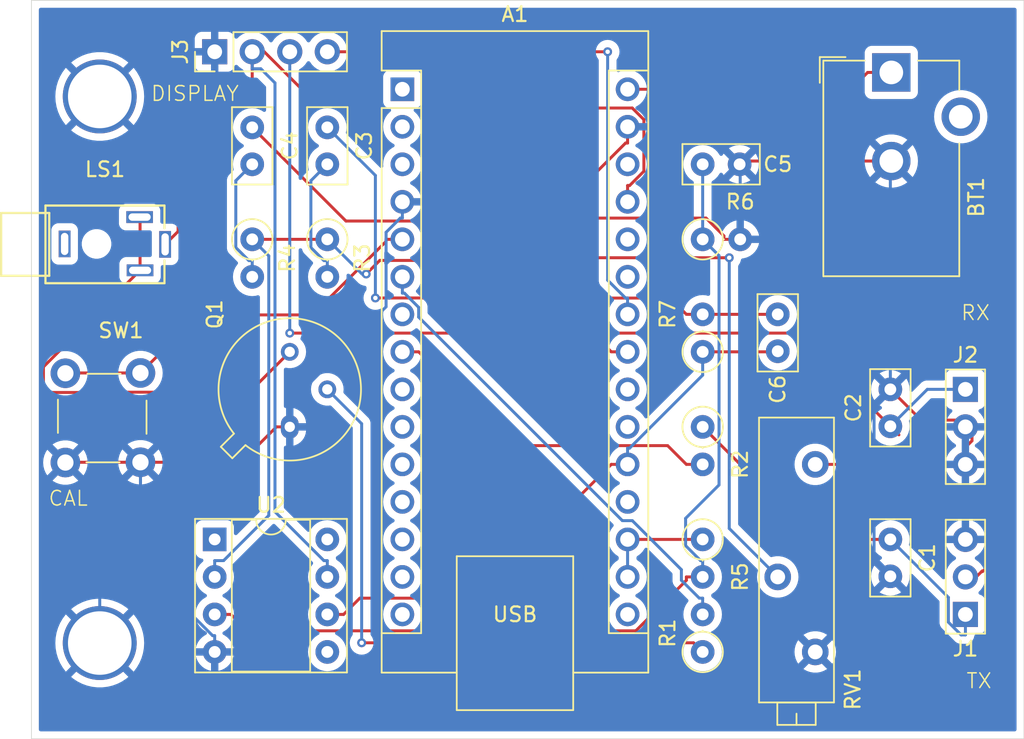
<source format=kicad_pcb>
(kicad_pcb (version 20240108) (generator "pcbnew") (generator_version "8.0")
  (title_block (title "Metal Detector - Mirko - Mike") (date "2025-02-18") (rev "1") (company "Mike Luckham, Ridgetown, Ontario, Canada"))
  (layers (0 "F.Cu" signal) (31 "B.Cu" signal) (37 "F.SilkS" user "F.Silkscreen") (38 "B.Mask" user) (39 "F.Mask" user) (44 "Edge.Cuts" user))
  (net 0 "")
  (net 2 "Net-(A1-D2)")
  (net 3 "Net-(A1-A4{slash}SDA)")
  (net 5 "Net-(A1-D3)")
  (net 6 "Net-(A1-+5V)")
  (net 8 "Net-(A1-A1)")
  (net 9 "Net-(A1-3V3)")
  (net 10 "Net-(A1-A5{slash}SCL)")
  (net 25 "Net-(Q1-B)")
  (net 26 "Net-(C3-Pad2)")
  (net 27 "Net-(C4-Pad2)")
  (net 28 "Net-(C4-Pad1)")
  (net 29 "Net-(U2-+)")
  (net 30 "Net-(U2--)")
  (net 31 "Net-(J1-Pin_1)")
  (net 32 "Net-(J1-Pin_2)")
  (net 33 "Net-(J2-Pin_1)")
  (net 37 "GND")
  (net 38 "Net-(A1-D5)")
  (net 39 "PWR")
  (net 41 "Net-(Q1-C)")
  (footprint "Resistor_THT:R_Axial_DIN0207_L6.3mm_D2.5mm_P2.54mm_Vertical" (layer "F.Cu") (at 172.72 106.68)
    (property "Reference" "R6" (at 2.54 -2.54 0) (layer "F.SilkS"))
    (property "Value" "100K")
    (fp_line (start 1.37 0) (end 1.44 0) (stroke (width 0.12)) (layer "F.SilkS"))
    (fp_circle (center 0 0) (end 1.37 0) (stroke (width 0.12)) (fill none) (layer "F.SilkS"))
    (pad "1" thru_hole circle (at 0 0) (size 1.6 1.6) (drill 0.8) (layers "*.Cu" "*.Mask") (net 29 "Net-(U2-+)"))
    (pad "2" thru_hole oval (at 2.54 0) (size 1.6 1.6) (drill 0.8) (layers "*.Cu" "*.Mask") (net 37 "GND"))
  )
  (footprint "Resistor_THT:R_Axial_DIN0207_L6.3mm_D2.5mm_P2.54mm_Vertical" (layer "F.Cu") (at 142.24 106.68 -90)
    (property "Reference" "R4" (at 1.27 -2.37 90) (layer "F.SilkS"))
    (property "Value" "1K")
    (fp_line (start 1.37 0) (end 1.44 0) (stroke (width 0.12)) (layer "F.SilkS"))
    (fp_circle (center 0 0) (end 1.37 0) (stroke (width 0.12)) (fill none) (layer "F.SilkS"))
    (pad "1" thru_hole circle (at 0 0 270) (size 1.6 1.6) (drill 0.8) (layers "*.Cu" "*.Mask") (net 30 "Net-(U2--)"))
    (pad "2" thru_hole oval (at 2.54 0 270) (size 1.6 1.6) (drill 0.8) (layers "*.Cu" "*.Mask") (net 28 "Net-(C4-Pad1)"))
  )
  (footprint "MountingHole:MountingHole_4.3mm_M4" (layer "F.Cu") (at 131.9222 97.0063)
    (property "Reference" "Mounting Hole 1" (hide yes))
    (property "Value" "MountingHole_4.3mm_M4")
    (pad "1" thru_hole circle (at 0 0) (size 5 5) (drill 4.3) (layers "*.Cu" "*.Mask") (net 37 "GND"))
  )
  (footprint "Capacitor_THT:C_Disc_D5.0mm_W2.5mm_P2.50mm" (layer "F.Cu") (at 147.32 99.1 -90)
    (property "Reference" "C3" (at 1.25 -2.5 -90) (layer "F.SilkS"))
    (property "Value" "47nF")
    (fp_line (start -1.37 1.37) (end 3.87 1.37) (stroke (width 0.12)) (layer "F.SilkS"))
    (fp_line (start -1.37 -1.37) (end -1.37 1.37) (stroke (width 0.12)) (layer "F.SilkS"))
    (fp_line (start -1.37 -1.37) (end 3.87 -1.37) (stroke (width 0.12)) (layer "F.SilkS"))
    (fp_line (start 3.87 -1.37) (end 3.87 1.37) (stroke (width 0.12)) (layer "F.SilkS"))
    (pad "1" thru_hole circle (at 0 0 270) (size 1.6 1.6) (drill 0.8) (layers "*.Cu" "*.Mask") (net 33 "Net-(J2-Pin_1)"))
    (pad "2" thru_hole circle (at 2.5 0 270) (size 1.6 1.6) (drill 0.8) (layers "*.Cu" "*.Mask") (net 26 "Net-(C3-Pad2)"))
  )
  (footprint "Resistor_THT:R_Axial_DIN0207_L6.3mm_D2.5mm_P2.54mm_Vertical" (layer "F.Cu") (at 172.72 119.38 -90)
    (property "Reference" "R2" (at 2.54 -2.54 90) (layer "F.SilkS"))
    (property "Value" "1K")
    (fp_line (start 1.37 0) (end 1.44 0) (stroke (width 0.12)) (layer "F.SilkS"))
    (fp_circle (center 0 0) (end 1.37 0) (stroke (width 0.12)) (fill none) (layer "F.SilkS"))
    (pad "1" thru_hole circle (at 0 0 270) (size 1.6 1.6) (drill 0.8) (layers "*.Cu" "*.Mask") (net 31 "Net-(J1-Pin_1)"))
    (pad "2" thru_hole oval (at 2.54 0 270) (size 1.6 1.6) (drill 0.8) (layers "*.Cu" "*.Mask") (net 38 "Net-(A1-D5)"))
  )
  (footprint "Resistor_THT:R_Axial_DIN0207_L6.3mm_D2.5mm_P2.54mm_Vertical" (layer "F.Cu") (at 172.72 114.3 90)
    (property "Reference" "R7" (at 2.54 -2.37 90) (layer "F.SilkS"))
    (property "Value" "47K")
    (fp_line (start 1.37 0) (end 1.44 0) (stroke (width 0.12)) (layer "F.SilkS"))
    (fp_circle (center 0 0) (end 1.37 0) (stroke (width 0.12)) (fill none) (layer "F.SilkS"))
    (pad "1" thru_hole circle (at 0 0 90) (size 1.6 1.6) (drill 0.8) (layers "*.Cu" "*.Mask") (net 8 "Net-(A1-A1)"))
    (pad "2" thru_hole oval (at 2.54 0 90) (size 1.6 1.6) (drill 0.8) (layers "*.Cu" "*.Mask") (net 30 "Net-(U2--)"))
  )
  (footprint "Capacitor_THT:C_Disc_D5.0mm_W2.5mm_P2.50mm" (layer "F.Cu") (at 177.8 111.76 -90)
    (property "Reference" "C6" (at 5.08 0 90) (layer "F.SilkS"))
    (property "Value" "220p")
    (fp_line (start -1.37 1.37) (end 3.87 1.37) (stroke (width 0.12)) (layer "F.SilkS"))
    (fp_line (start -1.37 -1.37) (end -1.37 1.37) (stroke (width 0.12)) (layer "F.SilkS"))
    (fp_line (start -1.37 -1.37) (end 3.87 -1.37) (stroke (width 0.12)) (layer "F.SilkS"))
    (fp_line (start 3.87 -1.37) (end 3.87 1.37) (stroke (width 0.12)) (layer "F.SilkS"))
    (pad "1" thru_hole circle (at 0 0 270) (size 1.6 1.6) (drill 0.8) (layers "*.Cu" "*.Mask") (net 30 "Net-(U2--)"))
    (pad "2" thru_hole circle (at 2.5 0 270) (size 1.6 1.6) (drill 0.8) (layers "*.Cu" "*.Mask") (net 8 "Net-(A1-A1)"))
  )
  (footprint "Connector_PinHeader_2.54mm:PinHeader_1x03_P2.54mm_Vertical" (layer "F.Cu") (at 190.5 116.84)
    (property "Reference" "J2" (at 0 -2.33 0) (layer "F.SilkS"))
    (property "Value" "Conn_01x03_Pin")
    (fp_line (start -1.33 -1.346964) (end -1.33 6.41) (stroke (width 0.12)) (layer "F.SilkS"))
    (fp_line (start -1.33 -1.346964) (end 1.33 -1.346964) (stroke (width 0.12)) (layer "F.SilkS"))
    (fp_line (start -1.33 6.41) (end 1.33 6.41) (stroke (width 0.12)) (layer "F.SilkS"))
    (fp_line (start 1.33 -1.346964) (end 1.33 6.41) (stroke (width 0.12)) (layer "F.SilkS"))
    (pad "1" thru_hole rect (at 0 0) (size 1.7 1.7) (drill 1) (layers "*.Cu" "*.Mask") (net 33 "Net-(J2-Pin_1)"))
    (pad "2" thru_hole oval (at 0 2.54) (size 1.7 1.7) (drill 1) (layers "*.Cu" "*.Mask") (net 37 "GND"))
    (pad "3" thru_hole oval (at 0 5.08) (size 1.7 1.7) (drill 1) (layers "*.Cu" "*.Mask") (net 37 "GND"))
  )
  (footprint "Package_TO_SOT_THT:TO-39-3" (layer "F.Cu") (at 144.78 119.38 90)
    (property "Reference" "Q1" (at 7.62 -5.08 90) (layer "F.SilkS"))
    (property "Value" "2N2219")
    (fp_line (start -1.348039 -4.665856) (end -2.125856 -3.888039) (stroke (width 0.12)) (layer "F.SilkS"))
    (fp_line (start -2.125856 -3.888039) (end -1.234902 -2.997084) (stroke (width 0.12)) (layer "F.SilkS"))
    (fp_line (start -0.457084 -3.774902) (end -1.348039 -4.665856) (stroke (width 0.12)) (layer "F.SilkS"))
    (fp_arc (start -0.457084 -3.774902) (mid 5.948255 3.408255) (end -1.234902 -2.997084) (stroke (width 0.12)) (layer "F.SilkS"))
    (pad "1" thru_hole oval (at 0 0 90) (size 1.6 1.2) (drill 0.7) (layers "*.Cu" "*.Mask") (net 37 "GND"))
    (pad "2" thru_hole circle (at 2.54 2.54 90) (size 1.2 1.2) (drill 0.7) (layers "*.Cu" "*.Mask") (net 25 "Net-(Q1-B)"))
    (pad "3" thru_hole circle (at 5.08 0 90) (size 1.2 1.2) (drill 0.7) (layers "*.Cu" "*.Mask") (net 41 "Net-(Q1-C)"))
  )
  (footprint "Potentiometer_THT:Potentiometer_Bourns_3006P_Horizontal" (layer "F.Cu") (at 180.34 121.92 90)
    (property "Reference" "RV1" (at -15.24 2.54 90) (layer "F.SilkS"))
    (property "Value" "100R")
    (fp_line (start 3.17 -3.805) (end 3.17 1.265) (stroke (width 0.12)) (layer "F.SilkS"))
    (fp_line (start -16.12 -3.805) (end 3.17 -3.805) (stroke (width 0.12)) (layer "F.SilkS"))
    (fp_line (start -16.12 -3.805) (end -16.12 1.265) (stroke (width 0.12)) (layer "F.SilkS"))
    (fp_line (start -16.121 -2.569) (end -16.121 0.03) (stroke (width 0.12)) (layer "F.SilkS"))
    (fp_line (start -17.64 -2.569) (end -16.121 -2.569) (stroke (width 0.12)) (layer "F.SilkS"))
    (fp_line (start -17.64 -2.569) (end -17.64 0.03) (stroke (width 0.12)) (layer "F.SilkS"))
    (fp_line (start -17.64 -1.27) (end -16.881 -1.27) (stroke (width 0.12)) (layer "F.SilkS"))
    (fp_line (start -17.64 0.03) (end -16.121 0.03) (stroke (width 0.12)) (layer "F.SilkS"))
    (fp_line (start -16.12 1.265) (end 3.17 1.265) (stroke (width 0.12)) (layer "F.SilkS"))
    (pad "1" thru_hole circle (at 0 0 90) (size 1.8 1.8) (drill 1) (layers "*.Cu" "*.Mask") (net 32 "Net-(J1-Pin_2)"))
    (pad "2" thru_hole circle (at -7.62 -2.54 90) (size 1.8 1.8) (drill 1) (layers "*.Cu" "*.Mask") (net 27 "Net-(C4-Pad2)"))
    (pad "3" thru_hole circle (at -12.7 0 90) (size 1.8 1.8) (drill 1) (layers "*.Cu" "*.Mask") (net 37 "GND"))
  )
  (footprint "Capacitor_THT:C_Disc_D5.0mm_W2.5mm_P2.50mm" (layer "F.Cu") (at 172.72 101.6)
    (property "Reference" "C5" (at 5.08 0 0) (layer "F.SilkS"))
    (property "Value" "100n")
    (fp_line (start -1.37 -1.37) (end -1.37 1.37) (stroke (width 0.12)) (layer "F.SilkS"))
    (fp_line (start -1.37 -1.37) (end 3.87 -1.37) (stroke (width 0.12)) (layer "F.SilkS"))
    (fp_line (start -1.37 1.37) (end 3.87 1.37) (stroke (width 0.12)) (layer "F.SilkS"))
    (fp_line (start 3.87 -1.37) (end 3.87 1.37) (stroke (width 0.12)) (layer "F.SilkS"))
    (pad "1" thru_hole circle (at 0 0) (size 1.6 1.6) (drill 0.8) (layers "*.Cu" "*.Mask") (net 29 "Net-(U2-+)"))
    (pad "2" thru_hole circle (at 2.5 0) (size 1.6 1.6) (drill 0.8) (layers "*.Cu" "*.Mask") (net 37 "GND"))
  )
  (footprint "MountingHole:MountingHole_4.3mm_M4" (layer "F.Cu") (at 131.9222 134.018)
    (property "Reference" "MountingHole2" (hide yes))
    (property "Value" "MountingHole_4.3mm_M4")
    (pad "1" thru_hole circle (at 0 0) (size 5 5) (drill 4.3) (layers "*.Cu" "*.Mask") (net 37 "GND"))
  )
  (footprint "SJ1_2503A:CONN_SJ1-2503A" (layer "F.Cu") (at 132.274822 107.0229 90)
    (property "Reference" "LS1" (at 5.08 0 0) (layer "F.SilkS"))
    (property "Value" "Earphone")
    (fp_line (start 2.127 -7.025899) (end 2.127 -3.7719) (stroke (width 0.1524)) (layer "F.SilkS"))
    (fp_line (start -2.127 -7.025899) (end 2.127 -7.025899) (stroke (width 0.1524)) (layer "F.SilkS"))
    (fp_line (start 2.6289 -4.0259) (end 2.6289 4.0259) (stroke (width 0.1524)) (layer "F.SilkS"))
    (fp_line (start -2.6289 -4.0259) (end 2.6289 -4.0259) (stroke (width 0.1524)) (layer "F.SilkS"))
    (fp_line (start 2.127 -3.7719) (end -2.127 -3.7719) (stroke (width 0.1524)) (layer "F.SilkS"))
    (fp_line (start -2.127 -3.7719) (end -2.127 -7.025899) (stroke (width 0.1524)) (layer "F.SilkS"))
    (fp_line (start 2.6289 4.0259) (end 1.08204 4.0259) (stroke (width 0.1524)) (layer "F.SilkS"))
    (fp_line (start -1.08204 4.0259) (end -2.6289 4.0259) (stroke (width 0.1524)) (layer "F.SilkS"))
    (fp_line (start -2.6289 4.0259) (end -2.6289 -4.0259) (stroke (width 0.1524)) (layer "F.SilkS"))
    (pad "" np_thru_hole circle (at 0.030405 -0.568954 90) (size 1.1938 1.1938) (drill 1.5) (layers "F&B.Cu" "*.Mask"))
    (pad "R" thru_hole rect (at 0 4.071871 180) (size 0.8 1.8) (drill oval 0.5 1.5) (layers "*.Cu" "*.Mask") (net 6 "Net-(A1-+5V)"))
    (pad "S" thru_hole rect (at 0.030405 -2.727768 180) (size 0.8 1.8) (drill oval 0.5 1.5) (layers "*.Cu" "*.Mask"))
    (pad "T" thru_hole rect (at -1.756985 2.375471 90) (size 0.8 1.8) (drill oval 0.5 1.5) (layers "*.Cu" "*.Mask") (net 41 "Net-(Q1-C)"))
    (pad "T" thru_hole rect (at 1.847864 2.345178 90) (size 0.8 1.8) (drill oval 0.5 1.5) (layers "*.Cu" "*.Mask") (net 41 "Net-(Q1-C)"))
  )
  (footprint "Capacitor_THT:C_Disc_D5.0mm_W2.5mm_P2.50mm" (layer "F.Cu") (at 142.24 101.6 90)
    (property "Reference" "C4" (at 1.25 2.54 90) (layer "F.SilkS"))
    (property "Value" "22nF")
    (fp_line (start 3.87 -1.37) (end 3.87 1.37) (stroke (width 0.12)) (layer "F.SilkS"))
    (fp_line (start -1.37 -1.37) (end 3.87 -1.37) (stroke (width 0.12)) (layer "F.SilkS"))
    (fp_line (start -1.37 -1.37) (end -1.37 1.37) (stroke (width 0.12)) (layer "F.SilkS"))
    (fp_line (start -1.37 1.37) (end 3.87 1.37) (stroke (width 0.12)) (layer "F.SilkS"))
    (pad "1" thru_hole circle (at 0 0 90) (size 1.6 1.6) (drill 0.8) (layers "*.Cu" "*.Mask") (net 28 "Net-(C4-Pad1)"))
    (pad "2" thru_hole circle (at 2.5 0 90) (size 1.6 1.6) (drill 0.8) (layers "*.Cu" "*.Mask") (net 27 "Net-(C4-Pad2)"))
  )
  (footprint "Resistor_THT:R_Axial_DIN0207_L6.3mm_D2.5mm_P2.54mm_Vertical" (layer "F.Cu") (at 172.72 127 -90)
    (property "Reference" "R5" (at 2.54 -2.54 90) (layer "F.SilkS"))
    (property "Value" "100K")
    (fp_line (start 1.37 0) (end 1.44 0) (stroke (width 0.12)) (layer "F.SilkS"))
    (fp_circle (center 0 0) (end 1.37 0) (stroke (width 0.12)) (fill none) (layer "F.SilkS"))
    (pad "1" thru_hole circle (at 0 0 270) (size 1.6 1.6) (drill 0.8) (layers "*.Cu" "*.Mask") (net 9 "Net-(A1-3V3)"))
    (pad "2" thru_hole oval (at 2.54 0 270) (size 1.6 1.6) (drill 0.8) (layers "*.Cu" "*.Mask") (net 29 "Net-(U2-+)"))
  )
  (footprint "Package_DIP:DIP-8_W7.62mm_Socket" (layer "F.Cu") (at 139.7 127)
    (property "Reference" "U2" (at 3.81 -2.33 0) (layer "F.SilkS"))
    (property "Value" "MCP6281P or MCP6283P or TL081")
    (fp_line (start -1.33 -1.39) (end -1.33 9.01) (stroke (width 0.12)) (layer "F.SilkS"))
    (fp_line (start -1.33 9.01) (end 8.95 9.01) (stroke (width 0.12)) (layer "F.SilkS"))
    (fp_line (start 1.16 -1.33) (end 1.16 8.95) (stroke (width 0.12)) (layer "F.SilkS"))
    (fp_line (start 1.16 8.95) (end 6.46 8.95) (stroke (width 0.12)) (layer "F.SilkS"))
    (fp_line (start 2.81 -1.33) (end 1.16 -1.33) (stroke (width 0.12)) (layer "F.SilkS"))
    (fp_line (start 6.46 -1.33) (end 4.81 -1.33) (stroke (width 0.12)) (layer "F.SilkS"))
    (fp_line (start 6.46 8.95) (end 6.46 -1.33) (stroke (width 0.12)) (layer "F.SilkS"))
    (fp_line (start 8.95 -1.39) (end -1.33 -1.39) (stroke (width 0.12)) (layer "F.SilkS"))
    (fp_line (start 8.95 9.01) (end 8.95 -1.39) (stroke (width 0.12)) (layer "F.SilkS"))
    (fp_arc (start 4.81 -1.33) (mid 3.81 -0.33) (end 2.81 -1.33) (stroke (width 0.12)) (layer "F.SilkS"))
    (pad "1" thru_hole rect (at 0 0) (size 1.6 1.6) (drill 0.8) (layers "*.Cu" "*.Mask"))
    (pad "2" thru_hole oval (at 0 2.54) (size 1.6 1.6) (drill 0.8) (layers "*.Cu" "*.Mask") (net 30 "Net-(U2--)"))
    (pad "3" thru_hole oval (at 0 5.08) (size 1.6 1.6) (drill 0.8) (layers "*.Cu" "*.Mask") (net 29 "Net-(U2-+)"))
    (pad "4" thru_hole oval (at 0 7.62) (size 1.6 1.6) (drill 0.8) (layers "*.Cu" "*.Mask") (net 37 "GND"))
    (pad "5" thru_hole oval (at 7.62 7.62) (size 1.6 1.6) (drill 0.8) (layers "*.Cu" "*.Mask"))
    (pad "6" thru_hole oval (at 7.62 5.08) (size 1.6 1.6) (drill 0.8) (layers "*.Cu" "*.Mask") (net 8 "Net-(A1-A1)"))
    (pad "7" thru_hole oval (at 7.62 2.54) (size 1.6 1.6) (drill 0.8) (layers "*.Cu" "*.Mask") (net 6 "Net-(A1-+5V)"))
    (pad "8" thru_hole oval (at 7.62 0) (size 1.6 1.6) (drill 0.8) (layers "*.Cu" "*.Mask"))
  )
  (footprint "Resistor_THT:R_Axial_DIN0207_L6.3mm_D2.5mm_P2.54mm_Vertical" (layer "F.Cu") (at 172.72 134.62 90)
    (property "Reference" "R1" (at 1.27 -2.37 90) (layer "F.SilkS"))
    (property "Value" "1K")
    (fp_line (start 1.37 0) (end 1.44 0) (stroke (width 0.12)) (layer "F.SilkS"))
    (fp_circle (center 0 0) (end 1.37 0) (stroke (width 0.12)) (fill none) (layer "F.SilkS"))
    (pad "1" thru_hole circle (at 0 0 90) (size 1.6 1.6) (drill 0.8) (layers "*.Cu" "*.Mask") (net 25 "Net-(Q1-B)"))
    (pad "2" thru_hole oval (at 2.54 0 90) (size 1.6 1.6) (drill 0.8) (layers "*.Cu" "*.Mask") (net 5 "Net-(A1-D3)"))
  )
  (footprint "Capacitor_THT:C_Disc_D5.0mm_W2.5mm_P2.50mm" (layer "F.Cu") (at 185.42 119.34 90)
    (property "Reference" "C2" (at 1.25 -2.5 90) (layer "F.SilkS"))
    (property "Value" "305nF")
    (fp_line (start 3.87 -1.37) (end 3.87 1.37) (stroke (width 0.12)) (layer "F.SilkS"))
    (fp_line (start -1.37 -1.37) (end 3.87 -1.37) (stroke (width 0.12)) (layer "F.SilkS"))
    (fp_line (start -1.37 -1.37) (end -1.37 1.37) (stroke (width 0.12)) (layer "F.SilkS"))
    (fp_line (start -1.37 1.37) (end 3.87 1.37) (stroke (width 0.12)) (layer "F.SilkS"))
    (pad "1" thru_hole circle (at 0 0 90) (size 1.6 1.6) (drill 0.8) (layers "*.Cu" "*.Mask") (net 33 "Net-(J2-Pin_1)"))
    (pad "2" thru_hole circle (at 2.5 0 90) (size 1.6 1.6) (drill 0.8) (layers "*.Cu" "*.Mask") (net 37 "GND"))
  )
  (footprint "Button_Switch_THT:SW_PUSH_6mm" (layer "F.Cu") (at 128.7133 115.855)
    (property "Reference" "SW1" (at 4.642862 -2.997776 0) (layer "F.SilkS"))
    (property "Value" "CAL")
    (fp_line (start 0.37985 1.681502) (end 0.37985 3.931502) (stroke (width 0.12)) (layer "F.SilkS"))
    (fp_line (start 2.303955 5.924879) (end 4.553955 5.924879) (stroke (width 0.12)) (layer "F.SilkS"))
    (fp_line (start 2.370304 -0.068596) (end 4.620304 -0.068596) (stroke (width 0.12)) (layer "F.SilkS"))
    (fp_line (start 6.373327 1.744927) (end 6.373327 3.994927) (stroke (width 0.12)) (layer "F.SilkS"))
    (pad "1" thru_hole circle (at 0.883691 -0.10429 90) (size 2 2) (drill 1.1) (layers "*.Cu" "*.Mask") (net 2 "Net-(A1-D2)"))
    (pad "1" thru_hole circle (at 5.963691 -0.124924 90) (size 2 2) (drill 1.1) (layers "*.Cu" "*.Mask") (net 2 "Net-(A1-D2)"))
    (pad "2" thru_hole circle (at 0.883691 5.941347 90) (size 2 2) (drill 1.1) (layers "*.Cu" "*.Mask") (net 37 "GND"))
    (pad "2" thru_hole circle (at 5.963691 5.920713 90) (size 2 2) (drill 1.1) (layers "*.Cu" "*.Mask") (net 37 "GND"))
  )
  (footprint "Resistor_THT:R_Axial_DIN0207_L6.3mm_D2.5mm_P2.54mm_Vertical" (layer "F.Cu") (at 147.32 106.68 -90)
    (property "Reference" "R3" (at 1.27 -2.37 90) (layer "F.SilkS"))
    (property "Value" "1K")
    (fp_line (start 1.37 0) (end 1.44 0) (stroke (width 0.12)) (layer "F.SilkS"))
    (fp_circle (center 0 0) (end 1.37 0) (stroke (width 0.12)) (fill none) (layer "F.SilkS"))
    (pad "1" thru_hole circle (at 0 0 270) (size 1.6 1.6) (drill 0.8) (layers "*.Cu" "*.Mask") (net 30 "Net-(U2--)"))
    (pad "2" thru_hole oval (at 2.54 0 270) (size 1.6 1.6) (drill 0.8) (layers "*.Cu" "*.Mask") (net 26 "Net-(C3-Pad2)"))
  )
  (footprint "Connector_PinHeader_2.54mm:PinHeader_1x04_P2.54mm_Vertical" (layer "F.Cu") (at 139.7 93.98 90)
    (property "Reference" "J3" (at 0 -2.33 90) (layer "F.SilkS"))
    (property "Value" "Display")
    (fp_line (start -1.33 -1.33) (end 0 -1.33) (stroke (width 0.12)) (layer "F.SilkS"))
    (fp_line (start -1.33 0) (end -1.33 -1.33) (stroke (width 0.12)) (layer "F.SilkS"))
    (fp_line (start 1.33 1.27) (end 1.33 8.95) (stroke (width 0.12)) (layer "F.SilkS"))
    (fp_line (start -1.33 1.27) (end 1.33 1.27) (stroke (width 0.12)) (layer "F.SilkS"))
    (fp_line (start -1.33 1.27) (end -1.33 8.95) (stroke (width 0.12)) (layer "F.SilkS"))
    (fp_line (start -1.33 8.95) (end 1.33 8.95) (stroke (width 0.12)) (layer "F.SilkS"))
    (pad "1" thru_hole rect (at 0 0 90) (size 1.7 1.7) (drill 1) (layers "*.Cu" "*.Mask") (net 37 "GND"))
    (pad "2" thru_hole oval (at 0 2.54 90) (size 1.7 1.7) (drill 1) (layers "*.Cu" "*.Mask") (net 6 "Net-(A1-+5V)"))
    (pad "3" thru_hole oval (at 0 5.08 90) (size 1.7 1.7) (drill 1) (layers "*.Cu" "*.Mask") (net 3 "Net-(A1-A4{slash}SDA)"))
    (pad "4" thru_hole oval (at 0 7.62 90) (size 1.7 1.7) (drill 1) (layers "*.Cu" "*.Mask") (net 10 "Net-(A1-A5{slash}SCL)"))
  )
  (footprint "Capacitor_THT:C_Disc_D5.0mm_W2.5mm_P2.50mm" (layer "F.Cu") (at 185.42 127 -90)
    (property "Reference" "C1" (at 1.25 -2.5 -90) (layer "F.SilkS"))
    (property "Value" "305nF")
    (fp_line (start -1.37 1.37) (end 3.87 1.37) (stroke (width 0.12)) (layer "F.SilkS"))
    (fp_line (start -1.37 -1.37) (end -1.37 1.37) (stroke (width 0.12)) (layer "F.SilkS"))
    (fp_line (start -1.37 -1.37) (end 3.87 -1.37) (stroke (width 0.12)) (layer "F.SilkS"))
    (fp_line (start 3.87 -1.37) (end 3.87 1.37) (stroke (width 0.12)) (layer "F.SilkS"))
    (pad "1" thru_hole circle (at 0 0 270) (size 1.6 1.6) (drill 0.8) (layers "*.Cu" "*.Mask") (net 31 "Net-(J1-Pin_1)"))
    (pad "2" thru_hole circle (at 2.5 0 270) (size 1.6 1.6) (drill 0.8) (layers "*.Cu" "*.Mask") (net 37 "GND"))
  )
  (footprint "Connector_BarrelJack:BarrelJack_CUI_PJ-102AH_Horizontal" (layer "F.Cu") (at 185.485 95.38)
    (property "Reference" "BT1" (at 5.75 8.45 90) (layer "F.SilkS"))
    (property "Value" "2x3.7V Li-Ion")
    (fp_line (start -4.84 -1.04) (end -3.1 -1.04) (stroke (width 0.12)) (layer "F.SilkS"))
    (fp_line (start -4.84 0.7) (end -4.84 -1.04) (stroke (width 0.12)) (layer "F.SilkS"))
    (fp_line (start -4.6 -0.8) (end -1.8 -0.8) (stroke (width 0.12)) (layer "F.SilkS"))
    (fp_line (start -4.6 13.8) (end -4.6 -0.8) (stroke (width 0.12)) (layer "F.SilkS"))
    (fp_line (start 1.8 -0.8) (end 4.6 -0.8) (stroke (width 0.12)) (layer "F.SilkS"))
    (fp_line (start 4.6 -0.8) (end 4.6 1.2) (stroke (width 0.12)) (layer "F.SilkS"))
    (fp_line (start 4.6 4.8) (end 4.6 13.8) (stroke (width 0.12)) (layer "F.SilkS"))
    (fp_line (start 4.6 13.8) (end -4.6 13.8) (stroke (width 0.12)) (layer "F.SilkS"))
    (pad "1" thru_hole rect (at 0 0) (size 2.6 2.6) (drill 1.6) (layers "*.Cu" "*.Mask") (net 39 "PWR"))
    (pad "2" thru_hole circle (at 0 6) (size 2.6 2.6) (drill 1.6) (layers "*.Cu" "*.Mask") (net 37 "GND"))
    (pad "3" thru_hole circle (at 4.7 3) (size 2.6 2.6) (drill 1.6) (layers "*.Cu" "*.Mask"))
  )
  (footprint "Connector_PinHeader_2.54mm:PinHeader_1x03_P2.54mm_Vertical" (layer "F.Cu") (at 190.5 132.08 180)
    (property "Reference" "J1" (at 0 -2.33 0) (layer "F.SilkS"))
    (property "Value" "Conn_01x03_Pin")
    (fp_line (start 1.33 -1.301142) (end 1.33 6.41) (stroke (width 0.12)) (layer "F.SilkS"))
    (fp_line (start -1.33 6.41) (end 1.33 6.41) (stroke (width 0.12)) (layer "F.SilkS"))
    (fp_line (start -1.33 -1.301142) (end 1.33 -1.301142) (stroke (width 0.12)) (layer "F.SilkS"))
    (fp_line (start -1.33 -1.301142) (end -1.33 6.41) (stroke (width 0.12)) (layer "F.SilkS"))
    (pad "1" thru_hole rect (at 0 0 180) (size 1.7 1.7) (drill 1) (layers "*.Cu" "*.Mask") (net 31 "Net-(J1-Pin_1)"))
    (pad "2" thru_hole oval (at 0 2.54 180) (size 1.7 1.7) (drill 1) (layers "*.Cu" "*.Mask") (net 32 "Net-(J1-Pin_2)"))
    (pad "3" thru_hole oval (at 0 5.08 180) (size 1.7 1.7) (drill 1) (layers "*.Cu" "*.Mask") (net 37 "GND"))
  )
  (footprint "Module:Arduino_Nano" (layer "F.Cu") (at 152.4 96.52)
    (property "Reference" "A1" (at 7.62 -5.08 0) (layer "F.SilkS"))
    (property "Value" "Arduino_Nano_v3.x")
    (fp_line (start -1.4 -3.94) (end -1.4 -1.27) (stroke (width 0.12)) (layer "F.SilkS"))
    (fp_line (start -1.4 1.27) (end -1.4 39.5) (stroke (width 0.12)) (layer "F.SilkS"))
    (fp_line (start -1.4 39.5) (end 3.68 39.5) (stroke (width 0.12)) (layer "F.SilkS"))
    (fp_line (start 1.27 -1.27) (end -1.4 -1.27) (stroke (width 0.12)) (layer "F.SilkS"))
    (fp_line (start 1.27 1.27) (end -1.4 1.27) (stroke (width 0.12)) (layer "F.SilkS"))
    (fp_line (start 1.27 1.27) (end 1.27 -1.27) (stroke (width 0.12)) (layer "F.SilkS"))
    (fp_line (start 1.27 1.27) (end 1.27 36.83) (stroke (width 0.12)) (layer "F.SilkS"))
    (fp_line (start 1.27 36.83) (end -1.4 36.83) (stroke (width 0.12)) (layer "F.SilkS"))
    (fp_line (start 3.68 31.62) (end 11.56 31.62) (stroke (width 0.12)) (layer "F.SilkS"))
    (fp_line (start 3.68 42.04) (end 3.68 31.62) (stroke (width 0.12)) (layer "F.SilkS"))
    (fp_line (start 11.56 31.62) (end 11.56 42.04) (stroke (width 0.12)) (layer "F.SilkS"))
    (fp_line (start 11.56 42.04) (end 3.68 42.04) (stroke (width 0.12)) (layer "F.SilkS"))
    (fp_line (start 13.97 -1.27) (end 13.97 36.83) (stroke (width 0.12)) (layer "F.SilkS"))
    (fp_line (start 13.97 -1.27) (end 16.64 -1.27) (stroke (width 0.12)) (layer "F.SilkS"))
    (fp_line (start 13.97 36.83) (end 16.64 36.83) (stroke (width 0.12)) (layer "F.SilkS"))
    (fp_line (start 16.64 -3.94) (end -1.4 -3.94) (stroke (width 0.12)) (layer "F.SilkS"))
    (fp_line (start 16.64 39.5) (end 11.56 39.5) (stroke (width 0.12)) (layer "F.SilkS"))
    (fp_line (start 16.64 39.5) (end 16.64 -3.94) (stroke (width 0.12)) (layer "F.SilkS"))
    (fp_text user "USB" (at 7.62 35.56 0) (layer "F.SilkS"))
    (pad "1" thru_hole rect (at 0 0) (size 1.6 1.6) (drill 1) (layers "*.Cu" "*.Mask"))
    (pad "2" thru_hole oval (at 0 2.54) (size 1.6 1.6) (drill 1) (layers "*.Cu" "*.Mask"))
    (pad "3" thru_hole oval (at 0 5.08) (size 1.6 1.6) (drill 1) (layers "*.Cu" "*.Mask"))
    (pad "4" thru_hole oval (at 0 7.62) (size 1.6 1.6) (drill 1) (layers "*.Cu" "*.Mask") (net 37 "GND"))
    (pad "5" thru_hole oval (at 0 10.16) (size 1.6 1.6) (drill 1) (layers "*.Cu" "*.Mask") (net 2 "Net-(A1-D2)"))
    (pad "6" thru_hole oval (at 0 12.7) (size 1.6 1.6) (drill 1) (layers "*.Cu" "*.Mask") (net 5 "Net-(A1-D3)"))
    (pad "7" thru_hole oval (at 0 15.24) (size 1.6 1.6) (drill 1) (layers "*.Cu" "*.Mask"))
    (pad "8" thru_hole oval (at 0 17.78) (size 1.6 1.6) (drill 1) (layers "*.Cu" "*.Mask") (net 38 "Net-(A1-D5)"))
    (pad "9" thru_hole oval (at 0 20.32) (size 1.6 1.6) (drill 1) (layers "*.Cu" "*.Mask"))
    (pad "10" thru_hole oval (at 0 22.86) (size 1.6 1.6) (drill 1) (layers "*.Cu" "*.Mask"))
    (pad "11" thru_hole oval (at 0 25.4) (size 1.6 1.6) (drill 1) (layers "*.Cu" "*.Mask"))
    (pad "12" thru_hole oval (at 0 27.94) (size 1.6 1.6) (drill 1) (layers "*.Cu" "*.Mask"))
    (pad "13" thru_hole oval (at 0 30.48) (size 1.6 1.6) (drill 1) (layers "*.Cu" "*.Mask"))
    (pad "14" thru_hole oval (at 0 33.02) (size 1.6 1.6) (drill 1) (layers "*.Cu" "*.Mask"))
    (pad "15" thru_hole oval (at 0 35.56) (size 1.6 1.6) (drill 1) (layers "*.Cu" "*.Mask"))
    (pad "16" thru_hole oval (at 15.24 35.56) (size 1.6 1.6) (drill 1) (layers "*.Cu" "*.Mask"))
    (pad "17" thru_hole oval (at 15.24 33.02) (size 1.6 1.6) (drill 1) (layers "*.Cu" "*.Mask") (net 9 "Net-(A1-3V3)"))
    (pad "18" thru_hole oval (at 15.24 30.48) (size 1.6 1.6) (drill 1) (layers "*.Cu" "*.Mask") (net 9 "Net-(A1-3V3)"))
    (pad "19" thru_hole oval (at 15.24 27.94) (size 1.6 1.6) (drill 1) (layers "*.Cu" "*.Mask"))
    (pad "20" thru_hole oval (at 15.24 25.4) (size 1.6 1.6) (drill 1) (layers "*.Cu" "*.Mask") (net 8 "Net-(A1-A1)"))
    (pad "21" thru_hole oval (at 15.24 22.86) (size 1.6 1.6) (drill 1) (layers "*.Cu" "*.Mask"))
    (pad "22" thru_hole oval (at 15.24 20.32) (size 1.6 1.6) (drill 1) (layers "*.Cu" "*.Mask"))
    (pad "23" thru_hole oval (at 15.24 17.78) (size 1.6 1.6) (drill 1) (layers "*.Cu" "*.Mask") (net 3 "Net-(A1-A4{slash}SDA)"))
    (pad "24" thru_hole oval (at 15.24 15.24) (size 1.6 1.6) (drill 1) (layers "*.Cu" "*.Mask") (net 10 "Net-(A1-A5{slash}SCL)"))
    (pad "25" thru_hole oval (at 15.24 12.7) (size 1.6 1.6) (drill 1) (layers "*.Cu" "*.Mask"))
    (pad "26" thru_hole oval (at 15.24 10.16) (size 1.6 1.6) (drill 1) (layers "*.Cu" "*.Mask"))
    (pad "27" thru_hole oval (at 15.24 7.62) (size 1.6 1.6) (drill 1) (layers "*.Cu" "*.Mask") (net 6 "Net-(A1-+5V)"))
    (pad "28" thru_hole oval (at 15.24 5.08) (size 1.6 1.6) (drill 1) (layers "*.Cu" "*.Mask"))
    (pad "29" thru_hole oval (at 15.24 2.54) (size 1.6 1.6) (drill 1) (layers "*.Cu" "*.Mask") (net 37 "GND"))
    (pad "30" thru_hole oval (at 15.24 0) (size 1.6 1.6) (drill 1) (layers "*.Cu" "*.Mask") (net 39 "PWR"))
  )
  (gr_rect (start 127.3 90.5) (end 194.46 140.5) (stroke (width 0.05)) (fill none) (layer "Edge.Cuts"))
  (gr_text "RX" (at 190.139362 112.238398 0) (layer "F.SilkS") (effects (font (size 1 1) (thickness 0.1)) (justify left bottom)))
  (gr_text "DISPLAY" (at 135.322475 97.394204 0) (layer "F.SilkS") (effects (font (size 1 1) (thickness 0.1)) (justify left bottom)))
  (gr_text "CAL" (at 128.390223 124.802648 0) (layer "F.SilkS") (effects (font (size 1 1) (thickness 0.1)) (justify left bottom)))
  (gr_text "TX" (at 190.5 137.16 0) (layer "F.SilkS") (effects (font (size 1 1) (thickness 0.1)) (justify left bottom)))
  (segment (start 129.618 115.73) (end 129.608 115.74) (width 0.2) (layer "F.Cu") (net 2))
  (segment (start 151.298 106.818) (end 146.317 111.799) (width 0.2) (layer "F.Cu") (net 2))
  (segment (start 146.317 111.799) (end 138.608 111.799) (width 0.2) (layer "F.Cu") (net 2))
  (segment (start 129.597 115.751) (end 129.602 115.746) (width 0.2) (layer "F.Cu") (net 2))
  (segment (start 129.597 115.7507) (end 129.597 115.751) (width 0.2) (layer "F.Cu") (net 2))
  (segment (start 129.608 115.74) (end 129.607 115.74) (width 0.2) (layer "F.Cu") (net 2))
  (segment (start 129.597 115.75) (end 129.597 115.7507) (width 0.2) (layer "F.Cu") (net 2))
  (segment (start 134.677 115.73) (end 129.618 115.73) (width 0.2) (layer "F.Cu") (net 2))
  (segment (start 129.607 115.74) (end 129.602 115.746) (width 0.2) (layer "F.Cu") (net 2))
  (segment (start 134.677 115.73) (end 134.677 115.7301) (width 0.2) (layer "F.Cu") (net 2))
  (segment (start 129.602 115.746) (end 129.597 115.75) (width 0.2) (layer "F.Cu") (net 2))
  (segment (start 152.4 106.68) (end 151.298 106.68) (width 0.2) (layer "F.Cu") (net 2))
  (segment (start 151.298 106.68) (end 151.298 106.818) (width 0.2) (layer "F.Cu") (net 2))
  (segment (start 138.608 111.799) (end 134.677 115.73) (width 0.2) (layer "F.Cu") (net 2))
  (segment (start 129.602 115.746) (end 129.608 115.74) (width 0.2) (layer "F.Cu") (net 2))
  (segment (start 129.602 115.746) (end 129.597 115.751) (width 0.2) (layer "F.Cu") (net 2))
  (segment (start 166.538 114.3) (end 165.268 113.03) (width 0.2) (layer "F.Cu") (net 3))
  (segment (start 165.268 113.03) (end 144.78 113.03) (width 0.2) (layer "F.Cu") (net 3))
  (segment (start 167.64 114.3) (end 166.538 114.3) (width 0.2) (layer "F.Cu") (net 3))
  (via (at 144.78 113.03) (size 0.6) (drill 0.3) (layers "F.Cu" "B.Cu") (net 3))
  (segment (start 144.78 93.98) (end 144.78 113.03) (width 0.2) (layer "B.Cu") (net 3))
  (segment (start 172.72 130.978) (end 172.492 130.978) (width 0.2) (layer "B.Cu") (net 5))
  (segment (start 153.502 111.946) (end 153.502 111.286) (width 0.2) (layer "B.Cu") (net 5))
  (segment (start 152.4 110.322) (end 152.4 109.22) (width 0.2) (layer "B.Cu") (net 5))
  (segment (start 171.28 129.767) (end 171.28 129.05) (width 0.2) (layer "B.Cu") (net 5))
  (segment (start 152.538 110.322) (end 152.4 110.322) (width 0.2) (layer "B.Cu") (net 5))
  (segment (start 172.72 132.08) (end 172.72 130.978) (width 0.2) (layer "B.Cu") (net 5))
  (segment (start 153.502 111.286) (end 152.538 110.322) (width 0.2) (layer "B.Cu") (net 5))
  (segment (start 171.28 129.05) (end 167.96 125.73) (width 0.2) (layer "B.Cu") (net 5))
  (segment (start 167.286 125.73) (end 153.502 111.946) (width 0.2) (layer "B.Cu") (net 5))
  (segment (start 167.96 125.73) (end 167.286 125.73) (width 0.2) (layer "B.Cu") (net 5))
  (segment (start 172.492 130.978) (end 171.28 129.767) (width 0.2) (layer "B.Cu") (net 5))
  (segment (start 148.0467 96.52) (end 149.86 94.7067) (width 0.2) (layer "F.Cu") (net 6))
  (segment (start 162.268 94.7067) (end 165.351 97.79) (width 0.2) (layer "F.Cu") (net 6))
  (segment (start 145.5933 96.52) (end 148.0467 96.52) (width 0.2) (layer "F.Cu") (net 6))
  (segment (start 167.958 97.79) (end 168.743 98.5749) (width 0.2) (layer "F.Cu") (net 6))
  (segment (start 168.743 98.5749) (end 168.743 102.073) (width 0.2) (layer "F.Cu") (net 6))
  (segment (start 142.24 93.98) (end 143.0533 93.98) (width 0.2) (layer "F.Cu") (net 6))
  (segment (start 167.64 103.038) (end 167.64 104.14) (width 0.2) (layer "F.Cu") (net 6))
  (segment (start 167.778 103.038) (end 167.64 103.038) (width 0.2) (layer "F.Cu") (net 6))
  (segment (start 137.224178 101.535822) (end 137.224178 106.145415) (width 0.2) (layer "F.Cu") (net 6))
  (segment (start 143.0533 93.98) (end 145.5933 96.52) (width 0.2) (layer "F.Cu") (net 6))
  (segment (start 168.743 102.073) (end 167.778 103.038) (width 0.2) (layer "F.Cu") (net 6))
  (segment (start 137.224178 106.145415) (end 136.346693 107.0229) (width 0.2) (layer "F.Cu") (net 6))
  (segment (start 142.24 93.98) (end 142.24 96.52) (width 0.2) (layer "F.Cu") (net 6))
  (segment (start 149.86 94.7067) (end 162.268 94.7067) (width 0.2) (layer "F.Cu") (net 6))
  (segment (start 165.351 97.79) (end 167.958 97.79) (width 0.2) (layer "F.Cu") (net 6))
  (segment (start 142.24 96.52) (end 137.224178 101.535822) (width 0.2) (layer "F.Cu") (net 6))
  (segment (start 143.78 125.127) (end 143.78 96.09) (width 0.2) (layer "B.Cu") (net 6))
  (segment (start 147.092 128.438) (end 143.78 125.127) (width 0.2) (layer "B.Cu") (net 6))
  (segment (start 147.32 129.54) (end 147.32 128.438) (width 0.2) (layer "B.Cu") (net 6))
  (segment (start 142.822 95.1317) (end 143.78 96.09) (width 0.2) (layer "B.Cu") (net 6))
  (segment (start 142.24 93.98) (end 142.24 95.1317) (width 0.2) (layer "B.Cu") (net 6))
  (segment (start 142.24 95.1317) (end 142.822 95.1317) (width 0.2) (layer "B.Cu") (net 6))
  (segment (start 147.32 128.438) (end 147.092 128.438) (width 0.2) (layer "B.Cu") (net 6))
  (segment (start 149.523 130.978) (end 148.422 132.08) (width 0.2) (layer "F.Cu") (net 8))
  (segment (start 157.48 130.978) (end 149.523 130.978) (width 0.2) (layer "F.Cu") (net 8))
  (segment (start 166.538 121.92) (end 157.48 130.978) (width 0.2) (layer "F.Cu") (net 8))
  (segment (start 172.72 114.3) (end 177.76 114.3) (width 0.2) (layer "F.Cu") (net 8))
  (segment (start 148.422 132.08) (end 147.32 132.08) (width 0.2) (layer "F.Cu") (net 8))
  (segment (start 177.76 114.3) (end 177.8 114.26) (width 0.2) (layer "F.Cu") (net 8))
  (segment (start 167.64 121.92) (end 166.538 121.92) (width 0.2) (layer "F.Cu") (net 8))
  (segment (start 167.778 120.818) (end 172.72 115.876) (width 0.2) (layer "B.Cu") (net 8))
  (segment (start 172.72 115.876) (end 172.72 114.3) (width 0.2) (layer "B.Cu") (net 8))
  (segment (start 167.64 121.92) (end 167.64 120.818) (width 0.2) (layer "B.Cu") (net 8))
  (segment (start 167.64 120.818) (end 167.778 120.818) (width 0.2) (layer "B.Cu") (net 8))
  (segment (start 167.64 127) (end 172.72 127) (width 0.2) (layer "F.Cu") (net 9))
  (segment (start 167.64 127) (end 167.64 129.54) (width 0.2) (layer "B.Cu") (net 9))
  (segment (start 147.32 93.98) (end 166.29 93.98) (width 0.2) (layer "F.Cu") (net 10))
  (via (at 166.29 93.98) (size 0.6) (drill 0.3) (layers "F.Cu" "B.Cu") (net 10))
  (segment (start 167.502 110.658) (end 166.29 109.446) (width 0.2) (layer "B.Cu") (net 10))
  (segment (start 166.29 109.446) (end 166.29 93.98) (width 0.2) (layer "B.Cu") (net 10))
  (segment (start 167.64 110.658) (end 167.502 110.658) (width 0.2) (layer "B.Cu") (net 10))
  (segment (start 167.64 111.76) (end 167.64 110.658) (width 0.2) (layer "B.Cu") (net 10))
  (segment (start 172.101 134.001) (end 172.72 134.62) (width 0.2) (layer "F.Cu") (net 25))
  (segment (start 149.645 134.001) (end 172.101 134.001) (width 0.2) (layer "F.Cu") (net 25))
  (via (at 149.645 134.001) (size 0.6) (drill 0.3) (layers "F.Cu" "B.Cu") (net 25))
  (segment (start 147.32 116.84) (end 149.645 119.165) (width 0.2) (layer "B.Cu") (net 25))
  (segment (start 149.645 119.165) (end 149.645 134.001) (width 0.2) (layer "B.Cu") (net 25))
  (segment (start 147.32 108.118) (end 147.092 108.118) (width 0.2) (layer "B.Cu") (net 26))
  (segment (start 147.092 108.118) (end 146.209 107.236) (width 0.2) (layer "B.Cu") (net 26))
  (segment (start 147.32 109.22) (end 147.32 108.118) (width 0.2) (layer "B.Cu") (net 26))
  (segment (start 146.209 107.236) (end 146.209 102.711) (width 0.2) (layer "B.Cu") (net 26))
  (segment (start 146.209 102.711) (end 147.32 101.6) (width 0.2) (layer "B.Cu") (net 26))
  (segment (start 148.582 105.442) (end 142.24 99.1) (width 0.2) (layer "F.Cu") (net 27))
  (segment (start 153.315 105.442) (end 148.582 105.442) (width 0.2) (layer "F.Cu") (net 27))
  (segment (start 174.519 107.928) (end 155.802 107.928) (width 0.2) (layer "F.Cu") (net 27))
  (segment (start 155.802 107.928) (end 153.315 105.442) (width 0.2) (layer "F.Cu") (net 27))
  (via (at 174.519 107.928) (size 0.6) (drill 0.3) (layers "F.Cu" "B.Cu") (net 27))
  (segment (start 174.519 107.928) (end 174.519 126.259) (width 0.2) (layer "B.Cu") (net 27))
  (segment (start 174.519 126.259) (end 177.8 129.54) (width 0.2) (layer "B.Cu") (net 27))
  (segment (start 142.24 108.118) (end 142.012 108.118) (width 0.2) (layer "B.Cu") (net 28))
  (segment (start 141.129 107.236) (end 141.129 102.711) (width 0.2) (layer "B.Cu") (net 28))
  (segment (start 142.012 108.118) (end 141.129 107.236) (width 0.2) (layer "B.Cu") (net 28))
  (segment (start 142.24 109.22) (end 142.24 108.118) (width 0.2) (layer "B.Cu") (net 28))
  (segment (start 141.129 102.711) (end 142.24 101.6) (width 0.2) (layer "B.Cu") (net 28))
  (segment (start 168.197 133.19) (end 141.911 133.19) (width 0.2) (layer "F.Cu") (net 29))
  (segment (start 171.618 129.54) (end 171.618 129.768) (width 0.2) (layer "F.Cu") (net 29))
  (segment (start 140.802 132.08) (end 139.7 132.08) (width 0.2) (layer "F.Cu") (net 29))
  (segment (start 171.618 129.768) (end 168.197 133.19) (width 0.2) (layer "F.Cu") (net 29))
  (segment (start 172.72 129.54) (end 171.618 129.54) (width 0.2) (layer "F.Cu") (net 29))
  (segment (start 141.911 133.19) (end 140.802 132.08) (width 0.2) (layer "F.Cu") (net 29))
  (segment (start 172.72 129.54) (end 172.72 128.438) (width 0.2) (layer "B.Cu") (net 29))
  (segment (start 173.828 123.311) (end 173.828 107.788) (width 0.2) (layer "B.Cu") (net 29))
  (segment (start 173.828 107.788) (end 172.72 106.68) (width 0.2) (layer "B.Cu") (net 29))
  (segment (start 172.72 128.438) (end 172.582 128.438) (width 0.2) (layer "B.Cu") (net 29))
  (segment (start 171.566 127.422) (end 171.566 125.573) (width 0.2) (layer "B.Cu") (net 29))
  (segment (start 172.582 128.438) (end 171.566 127.422) (width 0.2) (layer "B.Cu") (net 29))
  (segment (start 172.72 101.6) (end 172.72 106.68) (width 0.2) (layer "B.Cu") (net 29))
  (segment (start 171.566 125.573) (end 173.828 123.311) (width 0.2) (layer "B.Cu") (net 29))
  (segment (start 171.618 111.76) (end 170.517 110.658) (width 0.2) (layer "F.Cu") (net 30))
  (segment (start 165.134 110.658) (end 164.679 110.203) (width 0.2) (layer "F.Cu") (net 30))
  (segment (start 170.517 110.658) (end 165.134 110.658) (width 0.2) (layer "F.Cu") (net 30))
  (segment (start 147.32 106.68) (end 142.24 106.68) (width 0.2) (layer "F.Cu") (net 30))
  (segment (start 172.72 111.76) (end 171.618 111.76) (width 0.2) (layer "F.Cu") (net 30))
  (segment (start 164.679 110.203) (end 155.375 110.203) (width 0.2) (layer "F.Cu") (net 30))
  (segment (start 155.375 110.203) (end 153.281 108.11) (width 0.2) (layer "F.Cu") (net 30))
  (segment (start 153.281 108.11) (end 150.871 108.11) (width 0.2) (layer "F.Cu") (net 30))
  (segment (start 150.871 108.11) (end 149.952 109.029) (width 0.2) (layer "F.Cu") (net 30))
  (segment (start 177.8 111.76) (end 172.72 111.76) (width 0.2) (layer "F.Cu") (net 30))
  (via (at 149.952 109.029) (size 0.6) (drill 0.3) (layers "F.Cu" "B.Cu") (net 30))
  (segment (start 143.36 125.381) (end 143.36 107.8) (width 0.2) (layer "B.Cu") (net 30))
  (segment (start 139.7 128.438) (end 140.302 128.438) (width 0.2) (layer "B.Cu") (net 30))
  (segment (start 143.36 107.8) (end 142.24 106.68) (width 0.2) (layer "B.Cu") (net 30))
  (segment (start 139.7 129.54) (end 139.7 128.438) (width 0.2) (layer "B.Cu") (net 30))
  (segment (start 140.302 128.438) (end 143.36 125.381) (width 0.2) (layer "B.Cu") (net 30))
  (segment (start 149.669 109.029) (end 149.952 109.029) (width 0.2) (layer "B.Cu") (net 30))
  (segment (start 147.32 106.68) (end 149.669 109.029) (width 0.2) (layer "B.Cu") (net 30))
  (segment (start 180.34 127) (end 172.72 119.38) (width 0.2) (layer "F.Cu") (net 31))
  (segment (start 185.42 127) (end 180.34 127) (width 0.2) (layer "F.Cu") (net 31))
  (segment (start 190.212 133.468) (end 189.348 132.605) (width 0.2) (layer "B.Cu") (net 31))
  (segment (start 190.5 133.468) (end 190.212 133.468) (width 0.2) (layer "B.Cu") (net 31))
  (segment (start 190.5 133.468) (end 190.5 132.08) (width 0.2) (layer "B.Cu") (net 31))
  (segment (start 189.348 132.605) (end 189.348 130.928) (width 0.2) (layer "B.Cu") (net 31))
  (segment (start 189.348 130.928) (end 185.42 127) (width 0.2) (layer "B.Cu") (net 31))
  (segment (start 191.632 129.14) (end 191.232 129.54) (width 0.2) (layer "F.Cu") (net 32))
  (segment (start 191.662 129.17) (end 193.04 127.792) (width 0.2) (layer "F.Cu") (net 32))
  (segment (start 191.232 129.54) (end 190.5 129.54) (width 0.2) (layer "F.Cu") (net 32))
  (segment (start 185.95 121.92) (end 180.34 121.92) (width 0.2) (layer "F.Cu") (net 32))
  (segment (start 191.662 129.17) (end 191.632 129.14) (width 0.2) (layer "F.Cu") (net 32))
  (segment (start 193.04 127.792) (end 193.04 126.273) (width 0.2) (layer "F.Cu") (net 32))
  (segment (start 188.49 124.46) (end 185.95 121.92) (width 0.2) (layer "F.Cu") (net 32))
  (segment (start 193.04 126.273) (end 191.227 124.46) (width 0.2) (layer "F.Cu") (net 32))
  (segment (start 191.227 124.46) (end 188.49 124.46) (width 0.2) (layer "F.Cu") (net 32))
  (segment (start 185.42 119.34) (end 186 119.92) (width 0.2) (layer "F.Cu") (net 33))
  (segment (start 164.526 110.652) (end 166.904 113.03) (width 0.2) (layer "F.Cu") (net 33))
  (segment (start 150.574 110.652) (end 164.526 110.652) (width 0.2) (layer "F.Cu") (net 33))
  (segment (start 179.11 113.03) (end 185.42 119.34) (width 0.2) (layer "F.Cu") (net 33))
  (segment (start 166.904 113.03) (end 179.11 113.03) (width 0.2) (layer "F.Cu") (net 33))
  (via (at 150.574 110.652) (size 0.6) (drill 0.3) (layers "F.Cu" "B.Cu") (net 33))
  (segment (start 185.42 119.34) (end 187.92 116.84) (width 0.2) (layer "B.Cu") (net 33))
  (segment (start 147.32 99.1) (end 150.574 102.354) (width 0.2) (layer "B.Cu") (net 33))
  (segment (start 187.92 116.84) (end 190.5 116.84) (width 0.2) (layer "B.Cu") (net 33))
  (segment (start 150.574 102.354) (end 150.574 110.652) (width 0.2) (layer "B.Cu") (net 33))
  (segment (start 129.608 121.786) (end 129.607 121.786) (width 0.2) (layer "F.Cu") (net 37))
  (segment (start 190.945 119.365) (end 190.5 118.92) (width 0.2) (layer "F.Cu") (net 37))
  (segment (start 144.78 119.38) (end 143.878 119.38) (width 0.2) (layer "F.Cu") (net 37))
  (segment (start 164.662 103.002) (end 164.662 105.242) (width 0.2) (layer "F.Cu") (net 37))
  (segment (start 172.948 105.242) (end 164.662 105.242) (width 0.2) (layer "F.Cu") (net 37))
  (segment (start 143.878 119.38) (end 141.483 121.776) (width 0.2) (layer "F.Cu") (net 37))
  (segment (start 129.618 121.776) (end 129.608 121.786) (width 0.2) (layer "F.Cu") (net 37))
  (segment (start 167.64 100.162) (end 167.502 100.162) (width 0.2) (layer "F.Cu") (net 37))
  (segment (start 174.158 106.68) (end 174.158 106.452) (width 0.2) (layer "F.Cu") (net 37))
  (segment (start 164.662 105.242) (end 154.603 105.242) (width 0.2) (layer "F.Cu") (net 37))
  (segment (start 185.485 101.38) (end 175.44 101.38) (width 0.2) (layer "F.Cu") (net 37))
  (segment (start 175.44 101.38) (end 175.22 101.6) (width 0.2) (layer "F.Cu") (net 37))
  (segment (start 134.948 93.98) (end 131.922 97.0063) (width 0.2) (layer "F.Cu") (net 37))
  (segment (start 129.597 121.796) (end 129.608 121.786) (width 0.2) (layer "F.Cu") (net 37))
  (segment (start 141.483 121.776) (end 129.618 121.776) (width 0.2) (layer "F.Cu") (net 37))
  (segment (start 154.603 105.242) (end 153.502 104.14) (width 0.2) (layer "F.Cu") (net 37))
  (segment (start 139.7 93.98) (end 134.948 93.98) (width 0.2) (layer "F.Cu") (net 37))
  (segment (start 129.607 121.786) (end 129.597 121.796) (width 0.2) (layer "F.Cu") (net 37))
  (segment (start 167.502 100.162) (end 164.662 103.002) (width 0.2) (layer "F.Cu") (net 37))
  (segment (start 167.64 99.06) (end 167.64 100.162) (width 0.2) (layer "F.Cu") (net 37))
  (segment (start 174.158 106.452) (end 172.948 105.242) (width 0.2) (layer "F.Cu") (net 37))
  (segment (start 190.945 120.323) (end 190.945 119.365) (width 0.2) (layer "F.Cu") (net 37))
  (segment (start 190.075 119.92) (end 190.5 119.92) (width 0.2) (layer "F.Cu") (net 37))
  (segment (start 175.26 106.68) (end 174.158 106.68) (width 0.2) (layer "F.Cu") (net 37))
  (segment (start 190.5 118.92) (end 187.5 118.92) (width 0.2) (layer "F.Cu") (net 37))
  (segment (start 153.502 104.14) (end 152.4 104.14) (width 0.2) (layer "F.Cu") (net 37))
  (segment (start 190.075 119.92) (end 190.5 119.495) (width 0.2) (layer "F.Cu") (net 37))
  (segment (start 187.5 118.92) (end 185.42 116.84) (width 0.2) (layer "F.Cu") (net 37))
  (segment (start 190.5 120.768) (end 190.945 120.323) (width 0.2) (layer "F.Cu") (net 37))
  (segment (start 190.5 121.92) (end 190.5 120.768) (width 0.2) (layer "F.Cu") (net 37))
  (segment (start 185.42 116.84) (end 185.42 101.445) (width 0.2) (layer "B.Cu") (net 37))
  (segment (start 134.677 121.776) (end 138.177 118.276) (width 0.2) (layer "B.Cu") (net 37))
  (segment (start 134.677 126.286) (end 134.677 121.776) (width 0.2) (layer "B.Cu") (net 37))
  (segment (start 184.317 128.397) (end 184.317 117.943) (width 0.2) (layer "B.Cu") (net 37))
  (segment (start 185.42 101.445) (end 185.485 101.38) (width 0.2) (layer "B.Cu") (net 37))
  (segment (start 152.4 104.14) (end 152.4 105.242) (width 0.2) (layer "B.Cu") (net 37))
  (segment (start 134.677 123.938) (end 134.677 121.776) (width 0.2) (layer "B.Cu") (net 37))
  (segment (start 184.317 117.943) (end 185.42 116.84) (width 0.2) (layer "B.Cu") (net 37))
  (segment (start 185.42 129.54) (end 185.42 129.5) (width 0.2) (layer "B.Cu") (net 37))
  (segment (start 139.562 133.518) (end 134.677 128.633) (width 0.2) (layer "B.Cu") (net 37))
  (segment (start 134.677 128.633) (end 134.677 126.286) (width 0.2) (layer "B.Cu") (net 37))
  (segment (start 139.7 133.518) (end 139.562 133.518) (width 0.2) (layer "B.Cu") (net 37))
  (segment (start 140.169246 108.713401) (end 140.169246 104.772246) (width 0.2) (layer "B.Cu") (net 37))
  (segment (start 180.34 134.62) (end 185.42 129.54) (width 0.2) (layer "B.Cu") (net 37))
  (segment (start 190.5 127) (end 190.5 119.38) (width 0.2) (layer "B.Cu") (net 37))
  (segment (start 138.177 110.705647) (end 140.169246 108.713401) (width 0.2) (layer "B.Cu") (net 37))
  (segment (start 185.42 129.5) (end 184.317 128.397) (width 0.2) (layer "B.Cu") (net 37))
  (segment (start 175.26 101.64) (end 175.26 106.68) (width 0.2) (layer "B.Cu") (net 37))
  (segment (start 140.169246 104.772246) (end 139.7 104.303) (width 0.2) (layer "B.Cu") (net 37))
  (segment (start 151.298 111.248) (end 144.78 117.767) (width 0.2) (layer "B.Cu") (net 37))
  (segment (start 151.298 106.206) (end 151.298 111.248) (width 0.2) (layer "B.Cu") (net 37))
  (segment (start 152.262 105.242) (end 151.298 106.206) (width 0.2) (layer "B.Cu") (net 37))
  (segment (start 138.177 118.276) (end 138.177 110.705647) (width 0.2) (layer "B.Cu") (net 37))
  (segment (start 144.78 117.767) (end 144.78 119.38) (width 0.2) (layer "B.Cu") (net 37))
  (segment (start 131.922 129.04) (end 131.922 134.018) (width 0.2) (layer "B.Cu") (net 37))
  (segment (start 139.7 134.62) (end 139.7 133.518) (width 0.2) (layer "B.Cu") (net 37))
  (segment (start 134.677 126.286) (end 131.922 129.04) (width 0.2) (layer "B.Cu") (net 37))
  (segment (start 139.7 104.303) (end 139.7 93.98) (width 0.2) (layer "B.Cu") (net 37))
  (segment (start 152.4 105.242) (end 152.262 105.242) (width 0.2) (layer "B.Cu") (net 37))
  (segment (start 175.22 101.6) (end 175.26 101.64) (width 0.2) (layer "B.Cu") (net 37))
  (segment (start 171.618 121.92) (end 170.348 120.65) (width 0.2) (layer "F.Cu") (net 38))
  (segment (start 159.852 120.65) (end 153.502 114.3) (width 0.2) (layer "F.Cu") (net 38))
  (segment (start 170.348 120.65) (end 159.852 120.65) (width 0.2) (layer "F.Cu") (net 38))
  (segment (start 172.72 121.92) (end 171.618 121.92) (width 0.2) (layer "F.Cu") (net 38))
  (segment (start 153.502 114.3) (end 152.4 114.3) (width 0.2) (layer "F.Cu") (net 38))
  (segment (start 182.743 96.52) (end 167.64 96.52) (width 0.2) (layer "F.Cu") (net 39))
  (segment (start 183.883 95.38) (end 182.743 96.52) (width 0.2) (layer "F.Cu") (net 39))
  (segment (start 185.485 95.38) (end 183.883 95.38) (width 0.2) (layer "F.Cu") (net 39))
  (segment (start 128.11071 117.05071) (end 128.11071 115.319468) (width 0.2) (layer "F.Cu") (net 41))
  (segment (start 144.78 114.3) (end 142.049924 117.030076) (width 0.2) (layer "F.Cu") (net 41))
  (segment (start 142.049924 117.030076) (end 132.270076 117.030076) (width 0.2) (layer "F.Cu") (net 41))
  (segment (start 134.650293 105.205329) (end 134.62 105.175036) (width 0.2) (layer "F.Cu") (net 41))
  (segment (start 134.650293 108.779885) (end 134.650293 105.205329) (width 0.2) (layer "F.Cu") (net 41))
  (segment (start 132.270076 117.030076) (end 132.249442 117.05071) (width 0.2) (layer "F.Cu") (net 41))
  (segment (start 132.249442 117.05071) (end 128.11071 117.05071) (width 0.2) (layer "F.Cu") (net 41))
  (segment (start 128.11071 115.319468) (end 134.650293 108.779885) (width 0.2) (layer "F.Cu") (net 41))
  (zone (net 37) (net_name "GND") (layer "B.Cu") (name "Groundplane") (connect_pads (clearance 0.5)) (min_thickness 0.25) (fill yes (thermal_gap 0.5) (thermal_bridge_width 0.5))
    (polygon (pts (xy 127.5 91) (xy 194 91) (xy 194 140) (xy 127.5 140)))
  )
)
</source>
